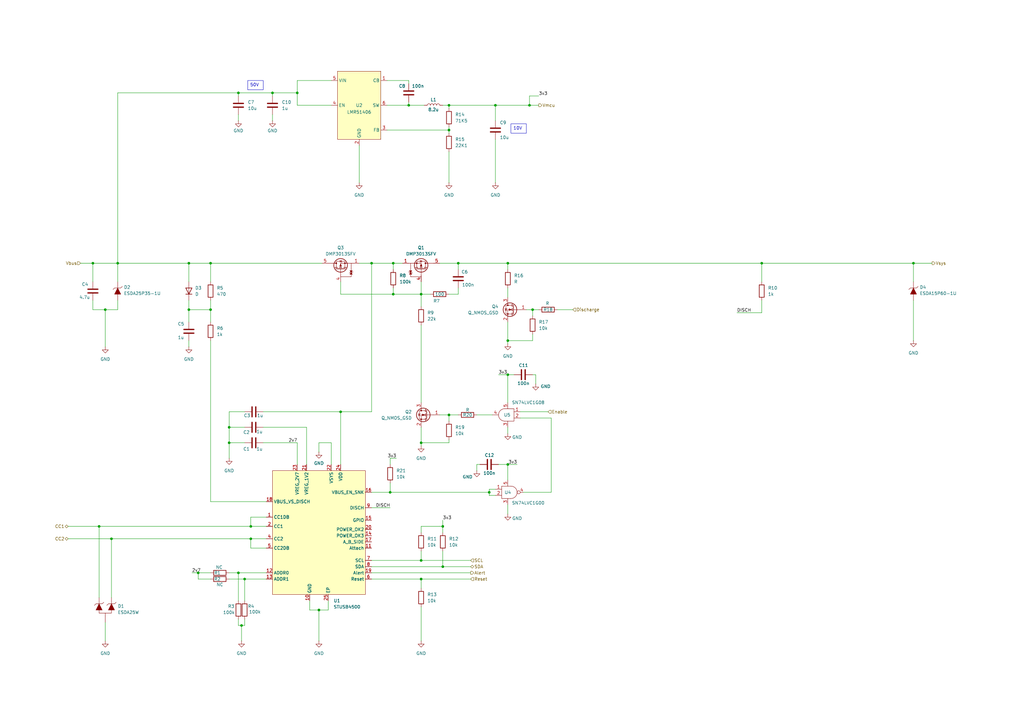
<source format=kicad_sch>
(kicad_sch (version 20250114) (generator "eeschema") (generator_version "9.0")
  (paper "A3")
  (lib_symbols
    (symbol "Device:C" (pin_numbers (hide yes)) (pin_names (offset 0.254))
      (property "Reference" "C" (at 0.635 2.54 0))
      (property "Value" "C" (at 0.635 -2.54 0))
      (symbol "C_0_1"
        (polyline (pts (xy -2.032 0.762) (xy 2.032 0.762)) (stroke (width 0.508)))
        (polyline (pts (xy -2.032 -0.762) (xy 2.032 -0.762)) (stroke (width 0.508)))
      )
      (symbol "C_1_1"
        (pin passive line (at 0 3.81 270) (length 2.794) (name "~") (number "1"))
        (pin passive line (at 0 -3.81 90) (length 2.794) (name "~") (number "2"))
      )
    )
    (symbol "Device:D" (pin_numbers (hide yes)) (pin_names (offset 1.016) (hide yes))
      (property "Reference" "D" (at 0 2.54 0))
      (property "Value" "D" (at 0 -2.54 0))
      (symbol "D_0_1"
        (polyline (pts (xy -1.27 1.27) (xy -1.27 -1.27)) (stroke (width 0.254)))
        (polyline (pts (xy 1.27 1.27) (xy 1.27 -1.27) (xy -1.27 0) (xy 1.27 1.27)) (stroke (width 0.254)))
        (polyline (pts (xy 1.27 0) (xy -1.27 0)))
      )
      (symbol "D_1_1"
        (pin passive line (at -3.81 0 0) (length 2.54) (name "K") (number "1"))
        (pin passive line (at 3.81 0 180) (length 2.54) (name "A") (number "2"))
      )
    )
    (symbol "Device:L" (pin_numbers (hide yes)) (pin_names (offset 1.016) (hide yes))
      (property "Reference" "L" (at -1.27 0 90))
      (property "Value" "L" (at 1.905 0 90))
      (symbol "L_0_1"
        (arc (start 0 2.54) (mid 0.6323 1.905) (end 0 1.27))
        (arc (start 0 1.27) (mid 0.6323 0.635) (end 0 0))
        (arc (start 0 0) (mid 0.6323 -0.635) (end 0 -1.27))
        (arc (start 0 -1.27) (mid 0.6323 -1.905) (end 0 -2.54))
      )
      (symbol "L_1_1"
        (pin passive line (at 0 3.81 270) (length 1.27) (name "1") (number "1"))
        (pin passive line (at 0 -3.81 90) (length 1.27) (name "2") (number "2"))
      )
    )
    (symbol "Device:Q_NMOS_GSD" (pin_names (offset 0) (hide yes))
      (property "Reference" "Q" (at 5.08 1.27 0))
      (property "Value" "Q_NMOS_GSD" (at 5.08 -1.27 0))
      (symbol "Q_NMOS_GSD_0_1"
        (polyline (pts (xy 0.254 1.905) (xy 0.254 -1.905)) (stroke (width 0.254)))
        (polyline (pts (xy 0.254 0) (xy -2.54 0)))
        (polyline (pts (xy 0.762 2.286) (xy 0.762 1.27)) (stroke (width 0.254)))
        (polyline (pts (xy 0.762 0.508) (xy 0.762 -0.508)) (stroke (width 0.254)))
        (polyline (pts (xy 0.762 -1.27) (xy 0.762 -2.286)) (stroke (width 0.254)))
        (polyline (pts (xy 0.762 -1.778) (xy 3.302 -1.778) (xy 3.302 1.778) (xy 0.762 1.778)))
        (polyline (pts (xy 1.016 0) (xy 2.032 0.381) (xy 2.032 -0.381) (xy 1.016 0)) (fill (type outline)))
        (circle (center 1.651 0) (radius 2.794) (stroke (width 0.254)))
        (polyline (pts (xy 2.54 2.54) (xy 2.54 1.778)))
        (circle (center 2.54 1.778) (radius 0.254) (fill (type outline)))
        (circle (center 2.54 -1.778) (radius 0.254) (fill (type outline)))
        (polyline (pts (xy 2.54 -2.54) (xy 2.54 0) (xy 0.762 0)))
        (polyline (pts (xy 2.794 0.508) (xy 2.921 0.381) (xy 3.683 0.381) (xy 3.81 0.254)))
        (polyline (pts (xy 3.302 0.381) (xy 2.921 -0.254) (xy 3.683 -0.254) (xy 3.302 0.381)))
      )
      (symbol "Q_NMOS_GSD_1_1"
        (pin input line (at -5.08 0 0) (length 2.54) (name "G") (number "1"))
        (pin passive line (at 2.54 5.08 270) (length 2.54) (name "D") (number "3"))
        (pin passive line (at 2.54 -5.08 90) (length 2.54) (name "S") (number "2"))
      )
    )
    (symbol "Device:R" (pin_numbers (hide yes)) (pin_names (offset 0))
      (property "Reference" "R" (at 2.032 0 90))
      (property "Value" "R" (at 0 0 90))
      (symbol "R_0_1"
        (rectangle (start -1.016 -2.54) (end 1.016 2.54) (stroke (width 0.254)))
      )
      (symbol "R_1_1"
        (pin passive line (at 0 3.81 270) (length 1.27) (name "~") (number "1"))
        (pin passive line (at 0 -3.81 90) (length 1.27) (name "~") (number "2"))
      )
    )
    (symbol "Pyllr_74xx:SN74LVC1G00"
      (property "Reference" "U" (at 0 0 0))
      (property "Value" "SN74LVC1G00" (at 8.382 -4.318 0))
      (symbol "SN74LVC1G00_0_1"
        (circle (center -4.445 0) (radius 0.635))
      )
      (symbol "SN74LVC1G00_1_1"
        (arc (start -1.27 -2.54) (mid -3.81 0) (end -1.27 2.54))
        (polyline (pts (xy -1.27 -2.54) (xy 2.54 -2.54) (xy 2.54 2.54) (xy -1.27 2.54)))
        (pin output line (at -6.35 0 0) (length 1.27) (name "~") (number "4"))
        (pin power_in line (at 0 5.08 270) (length 2.54) (name "~") (number "5"))
        (pin power_out line (at 0 -5.08 90) (length 2.54) (name "~") (number "3"))
        (pin input line (at 5.08 1.27 180) (length 2.54) (name "~") (number "1"))
        (pin input line (at 5.08 -1.27 180) (length 2.54) (name "~") (number "2"))
      )
    )
    (symbol "Pyllr_74xx:SN74LVC1G08"
      (property "Reference" "U" (at -0.254 0 0))
      (property "Value" "SN74LVC1G08" (at 8.382 -4.572 0))
      (symbol "SN74LVC1G08_1_1"
        (arc (start -1.27 -2.54) (mid -3.81 0) (end -1.27 2.54))
        (polyline (pts (xy -1.27 -2.54) (xy 2.54 -2.54) (xy 2.54 2.54) (xy -1.27 2.54)))
        (pin output line (at -6.35 0 0) (length 2.54) (name "~") (number "4"))
        (pin power_in line (at 0 5.08 270) (length 2.54) (name "~") (number "5"))
        (pin power_out line (at 0 -5.08 90) (length 2.54) (name "~") (number "3"))
        (pin input line (at 5.08 1.27 180) (length 2.54) (name "~") (number "1"))
        (pin input line (at 5.08 -1.27 180) (length 2.54) (name "~") (number "2"))
      )
    )
    (symbol "Pyllr_Converter_DCDC:LMR51406"
      (property "Reference" "U" (at 0 0 0))
      (property "Value" "LMR51406" (at 0 -2.286 0))
      (symbol "LMR51406_1_1"
        (rectangle (start -8.89 13.97) (end 8.89 -13.97) (fill (type background)))
        (pin power_in line (at -11.43 10.16 0) (length 2.54) (name "VIN") (number "5"))
        (pin input line (at -11.43 0 0) (length 2.54) (name "EN") (number "4"))
        (pin power_out line (at 0 -16.51 90) (length 2.54) (name "GND") (number "2"))
        (pin passive line (at 11.43 10.16 180) (length 2.54) (name "CB") (number "1"))
        (pin power_out line (at 11.43 0 180) (length 2.54) (name "SW") (number "6"))
        (pin passive line (at 11.43 -10.16 180) (length 2.54) (name "FB") (number "3"))
      )
    )
    (symbol "Pyllr_Interface_USB:STUSB4500QTR"
      (property "Reference" "U" (at 0.127 1.905 0))
      (property "Value" "STUSB4500" (at -0.127 -0.381 0))
      (symbol "STUSB4500QTR_1_1"
        (rectangle (start -19.05 25.4) (end 19.05 -25.4) (fill (type background)))
        (pin open_collector line (at -21.59 12.7 0) (length 2.54) (name "VBUS_VS_DISCH") (number "18"))
        (pin bidirectional line (at -21.59 6.35 0) (length 2.54) (name "CC1DB") (number "1"))
        (pin bidirectional line (at -21.59 2.54 0) (length 2.54) (name "CC1") (number "2"))
        (pin bidirectional line (at -21.59 -2.54 0) (length 2.54) (name "CC2") (number "4"))
        (pin bidirectional line (at -21.59 -6.35 0) (length 2.54) (name "CC2DB") (number "5"))
        (pin input line (at -21.59 -16.51 0) (length 2.54) (name "ADDR0") (number "12"))
        (pin input line (at -21.59 -19.05 0) (length 2.54) (name "ADDR1") (number "13"))
        (pin power_out line (at -8.89 27.94 270) (length 2.54) (name "VREG_2V7") (number "23"))
        (pin power_out line (at -5.08 27.94 270) (length 2.54) (name "VREG_1V2") (number "21"))
        (pin power_out line (at -3.81 -27.94 90) (length 2.54) (name "GND") (number "10"))
        (pin no_connect line (at 0 -27.94 90) (length 2.54) (hide yes) (name "NC") (number "3"))
        (pin power_out line (at 3.81 -27.94 90) (length 2.54) (name "EP") (number "25"))
        (pin power_in line (at 5.08 27.94 270) (length 2.54) (name "VSYS") (number "22"))
        (pin power_in line (at 8.89 27.94 270) (length 2.54) (name "VDD") (number "24"))
        (pin open_collector line (at 21.59 16.51 180) (length 2.54) (name "VBUS_EN_SNK") (number "16"))
        (pin open_collector line (at 21.59 10.16 180) (length 2.54) (name "DISCH") (number "9"))
        (pin output line (at 21.59 5.08 180) (length 2.54) (name "GPIO") (number "15"))
        (pin output line (at 21.59 1.27 180) (length 2.54) (name "POWER_OK2") (number "20"))
        (pin output line (at 21.59 -1.27 180) (length 2.54) (name "POWER_OK3") (number "14"))
        (pin output line (at 21.59 -3.81 180) (length 2.54) (name "A_B_SIDE") (number "17"))
        (pin output line (at 21.59 -6.35 180) (length 2.54) (name "Attach") (number "11"))
        (pin input line (at 21.59 -11.43 180) (length 2.54) (name "SCL") (number "7"))
        (pin bidirectional line (at 21.59 -13.97 180) (length 2.54) (name "SDA") (number "8"))
        (pin output line (at 21.59 -16.51 180) (length 2.54) (name "Alert") (number "19"))
        (pin input line (at 21.59 -19.05 180) (length 2.54) (name "Reset") (number "6"))
      )
    )
    (symbol "Pyllr_Power_Protection:ESDA25W" (pin_numbers (hide yes)) (pin_names (hide yes))
      (property "Reference" "D" (at 5.842 -0.127 0))
      (property "Value" "ESDA25W" (at 9.652 -2.286 0))
      (symbol "ESDA25W_0_1"
        (polyline (pts (xy 0 -2.54) (xy 0 -3.81)))
        (polyline (pts (xy 2.54 -1.27) (xy 2.54 -2.54) (xy -2.54 -2.54) (xy -2.54 -1.27)))
      )
      (symbol "ESDA25W_1_1"
        (polyline (pts (xy -3.81 -1.27) (xy -1.27 -1.27) (xy -2.54 1.27) (xy -3.81 -1.27)) (fill (type outline)))
        (polyline (pts (xy -2.54 1.27) (xy -3.81 1.27) (xy -4.445 0.635)))
        (polyline (pts (xy -2.54 1.27) (xy -1.27 1.27) (xy -0.635 1.905)))
        (polyline (pts (xy 1.27 -1.27) (xy 3.81 -1.27) (xy 2.54 1.27) (xy 1.27 -1.27)) (fill (type outline)))
        (polyline (pts (xy 2.54 1.27) (xy 1.27 1.27) (xy 0.635 0.635)))
        (polyline (pts (xy 2.54 1.27) (xy 3.81 1.27) (xy 4.445 1.905)))
        (pin passive line (at -2.54 3.81 270) (length 2.54) (name "~") (number "2"))
        (pin passive line (at 0 -6.35 90) (length 2.54) (name "~") (number "3"))
        (pin passive line (at 2.54 3.81 270) (length 2.54) (name "~") (number "1"))
      )
    )
    (symbol "Pyllr_Power_Protection:ESDAxxPxx-1U" (pin_numbers (hide yes)) (pin_names (hide yes))
      (property "Reference" "D" (at 3.683 1.27 0))
      (property "Value" "ESDAxxPxx-1U" (at 10.16 -1.143 0))
      (symbol "ESDAxxPxx-1U_1_1"
        (polyline (pts (xy -1.27 -1.27) (xy 1.27 -1.27) (xy 0 1.27) (xy -1.27 -1.27)) (fill (type outline)))
        (polyline (pts (xy 0 1.27) (xy -1.27 1.27) (xy -1.905 0.635)))
        (polyline (pts (xy 0 1.27) (xy 1.27 1.27) (xy 1.905 1.905)))
        (pin passive line (at 0 3.81 270) (length 2.54) (name "~") (number "1"))
        (pin passive line (at 0 -3.81 90) (length 2.54) (name "~") (number "2"))
      )
    )
    (symbol "Pyllr_Transistor_FET:DMP3013SFV"
      (property "Reference" "Q" (at 3.302 0.508 0))
      (property "Value" "DMP3013SFV" (at 8.89 -1.778 0))
      (symbol "DMP3013SFV_0_1"
        (polyline (pts (xy -2.286 1.905) (xy -2.286 -1.905)) (stroke (width 0.254)))
        (polyline (pts (xy -2.286 0) (xy -5.08 0)))
        (polyline (pts (xy -1.778 2.286) (xy -1.778 1.27)) (stroke (width 0.254)))
        (polyline (pts (xy -1.778 1.778) (xy 0.762 1.778) (xy 0.762 -1.778) (xy -1.778 -1.778)))
        (polyline (pts (xy -1.778 0.508) (xy -1.778 -0.508)) (stroke (width 0.254)))
        (polyline (pts (xy -1.778 -1.27) (xy -1.778 -2.286)) (stroke (width 0.254)))
        (circle (center -0.889 0) (radius 2.794) (stroke (width 0.254)))
        (polyline (pts (xy -0.254 0) (xy -1.27 0.381) (xy -1.27 -0.381) (xy -0.254 0)) (fill (type outline)))
        (polyline (pts (xy 0 5.08) (xy 0 1.905)))
        (polyline (pts (xy 0 2.54) (xy 0 1.778)))
        (circle (center 0 1.778) (radius 0.254) (fill (type outline)))
        (circle (center 0 -1.778) (radius 0.254) (fill (type outline)))
        (polyline (pts (xy 0 -1.905) (xy 0 -5.08)))
        (polyline (pts (xy 0 -2.54) (xy 0 0) (xy -1.778 0)))
        (polyline (pts (xy 0.254 -0.508) (xy 0.381 -0.381) (xy 1.143 -0.381) (xy 1.27 -0.254)))
        (polyline (pts (xy 0.762 -0.381) (xy 0.381 0.254) (xy 1.143 0.254) (xy 0.762 -0.381)))
      )
      (symbol "DMP3013SFV_1_1"
        (polyline (pts (xy -4.572 -4.318) (xy -5.588 -4.318) (xy -5.588 0)))
        (polyline (pts (xy -3.81 -4.318) (xy -3.81 -3.81) (xy -4.064 -3.556)))
        (polyline (pts (xy -3.81 -4.318) (xy -3.81 -4.826) (xy -3.556 -5.08)))
        (polyline (pts (xy -3.81 -4.318) (xy -4.572 -3.81) (xy -4.572 -4.826) (xy -3.81 -4.318)) (fill (type outline)))
        (polyline (pts (xy -3.81 -4.318) (xy -3.048 -4.826) (xy -3.048 -3.81) (xy -3.81 -4.318)) (fill (type outline)))
        (polyline (pts (xy -3.048 -4.318) (xy 0 -4.318)))
        (pin input line (at -7.62 0 0) (length 2.54) (name "~") (number "4"))
        (pin passive line (at 0 7.62 270) (length 2.54) (name "~") (number "5"))
        (pin passive line (at 0 -7.62 90) (length 2.54) (name "~") (number "1"))
        (pin passive line (at 0 -7.62 90) (length 2.54) (hide yes) (name "~") (number "2"))
        (pin passive line (at 0 -7.62 90) (length 2.54) (hide yes) (name "~") (number "3"))
      )
    )
    (symbol "power:GND" (power) (pin_numbers (hide yes)) (pin_names (offset 0) (hide yes))
      (property "Value" "GND" (at 0 -3.81 0))
      (symbol "GND_0_1"
        (polyline (pts (xy 0 0) (xy 0 -1.27) (xy 1.27 -1.27) (xy 0 -2.54) (xy -1.27 -1.27) (xy 0 -1.27)))
      )
      (symbol "GND_1_1"
        (pin power_in line (at 0 0 270) (length 0) (name "~") (number "1"))
      )
    )
  )
  (text_box "10V" (at 209.55 50.8 0) (size 6.35 3.81) (margins 0.9525 0.9525 0.9525 0.9525) (effects (font (size 1.27 1.27)) (justify left top)))
  (text_box "50V\n" (at 101.6 33.02 0) (size 6.35 3.81) (margins 0.9525 0.9525 0.9525 0.9525) (effects (font (size 1.27 1.27)) (justify left top)))
  (junction (at 86.36 127))
  (junction (at 208.28 153.67))
  (junction (at 48.26 107.95))
  (junction (at 93.98 181.61))
  (junction (at 187.96 107.95))
  (junction (at 181.61 232.41))
  (junction (at 161.29 107.95))
  (junction (at 167.64 43.18))
  (junction (at 111.76 38.1))
  (junction (at 40.64 215.9))
  (junction (at 152.4 107.95))
  (junction (at 218.44 127))
  (junction (at 38.1 107.95))
  (junction (at 100.33 237.49))
  (junction (at 172.72 237.49))
  (junction (at 93.98 175.26))
  (junction (at 139.7 168.91))
  (junction (at 217.17 43.18))
  (junction (at 81.28 234.95))
  (junction (at 208.28 107.95))
  (junction (at 208.28 139.7))
  (junction (at 77.47 127))
  (junction (at 97.79 38.1))
  (junction (at 130.81 250.19))
  (junction (at 121.92 38.1))
  (junction (at 181.61 215.9))
  (junction (at 172.72 229.87))
  (junction (at 86.36 107.95))
  (junction (at 203.2 43.18))
  (junction (at 184.15 43.18))
  (junction (at 45.72 220.98))
  (junction (at 77.47 107.95))
  (junction (at 184.15 53.34))
  (junction (at 184.15 170.18))
  (junction (at 200.66 201.93))
  (junction (at 312.42 107.95))
  (junction (at 172.72 120.65))
  (junction (at 102.87 220.98))
  (junction (at 160.02 201.93))
  (junction (at 208.28 190.5))
  (junction (at 43.18 127))
  (junction (at 161.29 120.65))
  (junction (at 172.72 181.61))
  (junction (at 99.06 256.54))
  (junction (at 374.65 107.95))
  (junction (at 102.87 215.9))
  (junction (at 97.79 234.95))
  (wire (pts (xy 152.4 237.49) (xy 172.72 237.49)))
  (wire (pts (xy 374.65 123.19) (xy 374.65 139.7)))
  (wire (pts (xy 218.44 127) (xy 218.44 129.54)))
  (wire (pts (xy 200.66 203.2) (xy 203.2 203.2)))
  (wire (pts (xy 77.47 107.95) (xy 77.47 115.57)))
  (wire (pts (xy 93.98 168.91) (xy 93.98 175.26)))
  (wire (pts (xy 172.72 120.65) (xy 172.72 125.73)))
  (wire (pts (xy 121.92 38.1) (xy 111.76 38.1)))
  (wire (pts (xy 217.17 39.37) (xy 220.98 39.37)))
  (wire (pts (xy 147.32 59.69) (xy 147.32 74.93)))
  (wire (pts (xy 40.64 215.9) (xy 40.64 245.11)))
  (wire (pts (xy 312.42 107.95) (xy 312.42 115.57)))
  (wire (pts (xy 48.26 107.95) (xy 77.47 107.95)))
  (wire (pts (xy 77.47 127) (xy 86.36 127)))
  (wire (pts (xy 111.76 46.99) (xy 111.76 49.53)))
  (wire (pts (xy 121.92 38.1) (xy 121.92 43.18)))
  (wire (pts (xy 172.72 181.61) (xy 184.15 181.61)))
  (wire (pts (xy 203.2 43.18) (xy 203.2 49.53)))
  (wire (pts (xy 135.89 181.61) (xy 130.81 181.61)))
  (wire (pts (xy 86.36 139.7) (xy 86.36 205.74)))
  (wire (pts (xy 213.36 171.45) (xy 226.06 171.45)))
  (wire (pts (xy 172.72 181.61) (xy 172.72 182.88)))
  (wire (pts (xy 158.75 33.02) (xy 167.64 33.02)))
  (wire (pts (xy 48.26 107.95) (xy 48.26 115.57)))
  (wire (pts (xy 217.17 43.18) (xy 220.98 43.18)))
  (wire (pts (xy 130.81 250.19) (xy 134.62 250.19)))
  (wire (pts (xy 172.72 237.49) (xy 193.04 237.49)))
  (wire (pts (xy 195.58 170.18) (xy 201.93 170.18)))
  (wire (pts (xy 204.47 153.67) (xy 208.28 153.67)))
  (wire (pts (xy 111.76 38.1) (xy 97.79 38.1)))
  (wire (pts (xy 208.28 153.67) (xy 208.28 165.1)))
  (wire (pts (xy 130.81 262.89) (xy 130.81 250.19)))
  (wire (pts (xy 152.4 232.41) (xy 181.61 232.41)))
  (wire (pts (xy 184.15 43.18) (xy 203.2 43.18)))
  (wire (pts (xy 160.02 198.12) (xy 160.02 201.93)))
  (wire (pts (xy 195.58 190.5) (xy 196.85 190.5)))
  (wire (pts (xy 109.22 220.98) (xy 102.87 220.98)))
  (wire (pts (xy 27.94 215.9) (xy 40.64 215.9)))
  (wire (pts (xy 135.89 190.5) (xy 135.89 181.61)))
  (wire (pts (xy 102.87 215.9) (xy 102.87 212.09)))
  (wire (pts (xy 180.34 107.95) (xy 187.96 107.95)))
  (wire (pts (xy 195.58 193.04) (xy 195.58 190.5)))
  (wire (pts (xy 125.73 175.26) (xy 125.73 190.5)))
  (wire (pts (xy 218.44 127) (xy 220.98 127)))
  (wire (pts (xy 130.81 250.19) (xy 127 250.19)))
  (wire (pts (xy 152.4 107.95) (xy 161.29 107.95)))
  (wire (pts (xy 184.15 43.18) (xy 184.15 44.45)))
  (wire (pts (xy 99.06 256.54) (xy 100.33 256.54)))
  (wire (pts (xy 121.92 43.18) (xy 135.89 43.18)))
  (wire (pts (xy 38.1 127) (xy 43.18 127)))
  (wire (pts (xy 97.79 38.1) (xy 97.79 39.37)))
  (wire (pts (xy 38.1 107.95) (xy 48.26 107.95)))
  (wire (pts (xy 172.72 133.35) (xy 172.72 165.1)))
  (wire (pts (xy 77.47 107.95) (xy 86.36 107.95)))
  (wire (pts (xy 184.15 52.07) (xy 184.15 53.34)))
  (wire (pts (xy 312.42 107.95) (xy 374.65 107.95)))
  (wire (pts (xy 312.42 123.19) (xy 312.42 128.27)))
  (wire (pts (xy 127 250.19) (xy 127 246.38)))
  (wire (pts (xy 215.9 127) (xy 218.44 127)))
  (wire (pts (xy 187.96 118.11) (xy 187.96 120.65)))
  (wire (pts (xy 38.1 107.95) (xy 38.1 115.57)))
  (wire (pts (xy 93.98 175.26) (xy 93.98 181.61)))
  (wire (pts (xy 184.15 170.18) (xy 187.96 170.18)))
  (wire (pts (xy 130.81 181.61) (xy 130.81 185.42)))
  (wire (pts (xy 200.66 201.93) (xy 200.66 203.2)))
  (wire (pts (xy 81.28 237.49) (xy 86.36 237.49)))
  (wire (pts (xy 152.4 208.28) (xy 160.02 208.28)))
  (wire (pts (xy 208.28 139.7) (xy 208.28 140.97)))
  (wire (pts (xy 134.62 250.19) (xy 134.62 246.38)))
  (wire (pts (xy 226.06 171.45) (xy 226.06 201.93)))
  (wire (pts (xy 100.33 256.54) (xy 100.33 254)))
  (wire (pts (xy 181.61 232.41) (xy 181.61 226.06)))
  (wire (pts (xy 210.82 153.67) (xy 208.28 153.67)))
  (wire (pts (xy 139.7 120.65) (xy 161.29 120.65)))
  (wire (pts (xy 161.29 107.95) (xy 161.29 110.49)))
  (wire (pts (xy 172.72 215.9) (xy 172.72 218.44)))
  (wire (pts (xy 158.75 53.34) (xy 184.15 53.34)))
  (wire (pts (xy 181.61 215.9) (xy 181.61 218.44)))
  (wire (pts (xy 184.15 62.23) (xy 184.15 74.93)))
  (wire (pts (xy 97.79 46.99) (xy 97.79 49.53)))
  (wire (pts (xy 77.47 123.19) (xy 77.47 127)))
  (wire (pts (xy 81.28 234.95) (xy 86.36 234.95)))
  (wire (pts (xy 172.72 175.26) (xy 172.72 181.61)))
  (wire (pts (xy 181.61 43.18) (xy 184.15 43.18)))
  (wire (pts (xy 184.15 180.34) (xy 184.15 181.61)))
  (wire (pts (xy 107.95 168.91) (xy 139.7 168.91)))
  (wire (pts (xy 208.28 190.5) (xy 208.28 196.85)))
  (wire (pts (xy 152.4 168.91) (xy 152.4 107.95)))
  (wire (pts (xy 147.32 107.95) (xy 152.4 107.95)))
  (wire (pts (xy 93.98 237.49) (xy 100.33 237.49)))
  (wire (pts (xy 86.36 127) (xy 86.36 132.08)))
  (wire (pts (xy 102.87 220.98) (xy 102.87 224.79)))
  (wire (pts (xy 172.72 120.65) (xy 172.72 115.57)))
  (wire (pts (xy 86.36 205.74) (xy 109.22 205.74)))
  (wire (pts (xy 187.96 107.95) (xy 208.28 107.95)))
  (wire (pts (xy 187.96 120.65) (xy 184.15 120.65)))
  (wire (pts (xy 208.28 107.95) (xy 312.42 107.95)))
  (wire (pts (xy 152.4 201.93) (xy 160.02 201.93)))
  (wire (pts (xy 97.79 256.54) (xy 99.06 256.54)))
  (wire (pts (xy 97.79 254) (xy 97.79 256.54)))
  (wire (pts (xy 107.95 181.61) (xy 121.92 181.61)))
  (wire (pts (xy 109.22 215.9) (xy 102.87 215.9)))
  (wire (pts (xy 86.36 107.95) (xy 132.08 107.95)))
  (wire (pts (xy 121.92 33.02) (xy 121.92 38.1)))
  (wire (pts (xy 45.72 220.98) (xy 45.72 245.11)))
  (wire (pts (xy 203.2 57.15) (xy 203.2 74.93)))
  (wire (pts (xy 200.66 200.66) (xy 203.2 200.66)))
  (wire (pts (xy 97.79 234.95) (xy 97.79 246.38)))
  (wire (pts (xy 208.28 132.08) (xy 208.28 139.7)))
  (wire (pts (xy 214.63 201.93) (xy 226.06 201.93)))
  (wire (pts (xy 78.74 234.95) (xy 81.28 234.95)))
  (wire (pts (xy 172.72 229.87) (xy 193.04 229.87)))
  (wire (pts (xy 48.26 38.1) (xy 48.26 107.95)))
  (wire (pts (xy 208.28 107.95) (xy 208.28 110.49)))
  (wire (pts (xy 374.65 107.95) (xy 374.65 115.57)))
  (wire (pts (xy 161.29 118.11) (xy 161.29 120.65)))
  (wire (pts (xy 33.02 107.95) (xy 38.1 107.95)))
  (wire (pts (xy 77.47 127) (xy 77.47 132.08)))
  (wire (pts (xy 208.28 190.5) (xy 212.09 190.5)))
  (wire (pts (xy 48.26 38.1) (xy 97.79 38.1)))
  (wire (pts (xy 208.28 175.26) (xy 208.28 177.8)))
  (wire (pts (xy 181.61 232.41) (xy 193.04 232.41)))
  (wire (pts (xy 100.33 237.49) (xy 100.33 246.38)))
  (wire (pts (xy 160.02 187.96) (xy 162.56 187.96)))
  (wire (pts (xy 27.94 220.98) (xy 45.72 220.98)))
  (wire (pts (xy 102.87 212.09) (xy 109.22 212.09)))
  (wire (pts (xy 203.2 43.18) (xy 217.17 43.18)))
  (wire (pts (xy 97.79 234.95) (xy 109.22 234.95)))
  (wire (pts (xy 139.7 168.91) (xy 152.4 168.91)))
  (wire (pts (xy 218.44 139.7) (xy 208.28 139.7)))
  (wire (pts (xy 77.47 139.7) (xy 77.47 142.24)))
  (wire (pts (xy 102.87 224.79) (xy 109.22 224.79)))
  (wire (pts (xy 374.65 107.95) (xy 382.27 107.95)))
  (wire (pts (xy 204.47 190.5) (xy 208.28 190.5)))
  (wire (pts (xy 167.64 33.02) (xy 167.64 34.29)))
  (wire (pts (xy 181.61 215.9) (xy 172.72 215.9)))
  (wire (pts (xy 81.28 234.95) (xy 81.28 237.49)))
  (wire (pts (xy 218.44 153.67) (xy 219.71 153.67)))
  (wire (pts (xy 181.61 213.36) (xy 181.61 215.9)))
  (wire (pts (xy 158.75 43.18) (xy 167.64 43.18)))
  (wire (pts (xy 208.28 118.11) (xy 208.28 121.92)))
  (wire (pts (xy 218.44 137.16) (xy 218.44 139.7)))
  (wire (pts (xy 45.72 220.98) (xy 102.87 220.98)))
  (wire (pts (xy 139.7 168.91) (xy 139.7 190.5)))
  (wire (pts (xy 172.72 229.87) (xy 172.72 226.06)))
  (wire (pts (xy 38.1 123.19) (xy 38.1 127)))
  (wire (pts (xy 184.15 53.34) (xy 184.15 54.61)))
  (wire (pts (xy 139.7 120.65) (xy 139.7 115.57)))
  (wire (pts (xy 99.06 256.54) (xy 99.06 262.89)))
  (wire (pts (xy 100.33 181.61) (xy 93.98 181.61)))
  (wire (pts (xy 152.4 234.95) (xy 193.04 234.95)))
  (wire (pts (xy 172.72 237.49) (xy 172.72 241.3)))
  (wire (pts (xy 187.96 107.95) (xy 187.96 110.49)))
  (wire (pts (xy 86.36 123.19) (xy 86.36 127)))
  (wire (pts (xy 160.02 190.5) (xy 160.02 187.96)))
  (wire (pts (xy 43.18 127) (xy 43.18 142.24)))
  (wire (pts (xy 161.29 120.65) (xy 172.72 120.65)))
  (wire (pts (xy 40.64 215.9) (xy 102.87 215.9)))
  (wire (pts (xy 200.66 200.66) (xy 200.66 201.93)))
  (wire (pts (xy 213.36 168.91) (xy 224.79 168.91)))
  (wire (pts (xy 100.33 168.91) (xy 93.98 168.91)))
  (wire (pts (xy 217.17 43.18) (xy 217.17 39.37)))
  (wire (pts (xy 43.18 255.27) (xy 43.18 262.89)))
  (wire (pts (xy 93.98 181.61) (xy 93.98 187.96)))
  (wire (pts (xy 167.64 41.91) (xy 167.64 43.18)))
  (wire (pts (xy 93.98 234.95) (xy 97.79 234.95)))
  (wire (pts (xy 219.71 153.67) (xy 219.71 157.48)))
  (wire (pts (xy 172.72 248.92) (xy 172.72 262.89)))
  (wire (pts (xy 48.26 123.19) (xy 48.26 127)))
  (wire (pts (xy 86.36 107.95) (xy 86.36 115.57)))
  (wire (pts (xy 152.4 229.87) (xy 172.72 229.87)))
  (wire (pts (xy 208.28 207.01) (xy 208.28 210.82)))
  (wire (pts (xy 100.33 237.49) (xy 109.22 237.49)))
  (wire (pts (xy 111.76 38.1) (xy 111.76 39.37)))
  (wire (pts (xy 161.29 107.95) (xy 165.1 107.95)))
  (wire (pts (xy 302.26 128.27) (xy 312.42 128.27)))
  (wire (pts (xy 184.15 170.18) (xy 184.15 172.72)))
  (wire (pts (xy 180.34 170.18) (xy 184.15 170.18)))
  (wire (pts (xy 43.18 127) (xy 48.26 127)))
  (wire (pts (xy 121.92 33.02) (xy 135.89 33.02)))
  (wire (pts (xy 172.72 120.65) (xy 176.53 120.65)))
  (wire (pts (xy 228.6 127) (xy 234.95 127)))
  (wire (pts (xy 167.64 43.18) (xy 173.99 43.18)))
  (wire (pts (xy 121.92 181.61) (xy 121.92 190.5)))
  (wire (pts (xy 160.02 201.93) (xy 200.66 201.93)))
  (wire (pts (xy 107.95 175.26) (xy 125.73 175.26)))
  (wire (pts (xy 100.33 175.26) (xy 93.98 175.26)))
  (label "3v3" (at 204.47 153.67 0))
  (label "3v3" (at 212.09 190.5 180))
  (label "3v3" (at 162.56 187.96 180))
  (label "2v7" (at 78.74 234.95 0))
  (label "3v3" (at 220.98 39.37 0))
  (label "DISCH" (at 302.26 128.27 0))
  (label "2v7" (at 121.92 181.61 180))
  (label "3v3" (at 181.61 213.36 0))
  (label "DISCH" (at 160.02 208.28 180))
  (hierarchical_label "SCL" (shape input) (at 193.04 229.87 0))
  (hierarchical_label "CC2" (shape bidirectional) (at 27.94 220.98 180))
  (hierarchical_label "CC1" (shape bidirectional) (at 27.94 215.9 180))
  (hierarchical_label "Vsys" (shape output) (at 382.27 107.95 0))
  (hierarchical_label "Vmcu" (shape output) (at 220.98 43.18 0))
  (hierarchical_label "Alert" (shape output) (at 193.04 234.95 0))
  (hierarchical_label "SDA" (shape bidirectional) (at 193.04 232.41 0))
  (hierarchical_label "Enable" (shape input) (at 224.79 168.91 0))
  (hierarchical_label "Vbus" (shape input) (at 33.02 107.95 180))
  (hierarchical_label "Discharge" (shape input) (at 234.95 127 0))
  (hierarchical_label "Reset" (shape input) (at 193.04 237.49 0))
  (symbol (lib_id "Device:C") (at 200.66 190.5 90) (unit 1)
    (property "Reference" "C12" (at 202.6919 186.69 90) (effects (justify left)))
    (property "Value" "100n" (at 203.1999 194.056 90) (effects (justify left)))
    (property "Footprint" "Capacitor_SMD:C_0603_1608Metric" (effects (hide yes)))
    (property "Description" "Unpolarized capacitor" (effects (hide yes)))
  )
  (symbol (lib_id "Device:R") (at 184.15 48.26 0) (unit 1)
    (property "Reference" "R14" (at 186.69 46.9899 0) (effects (justify left)))
    (property "Value" "71K5" (at 186.69 49.5299 0) (effects (justify left)))
    (property "Footprint" "Resistor_SMD:R_0603_1608Metric" (effects (hide yes)))
    (property "Description" "Resistor" (effects (hide yes)))
  )
  (symbol (lib_id "power:GND") (at 43.18 142.24 0) (unit 1)
    (property "Reference" "#PWR08" (effects (hide yes)))
    (property "Value" "GND" (at 43.18 147.32 0))
    (property "Description" "Power symbol creates a global label with name \"GND\" , ground" (effects (hide yes)))
  )
  (symbol (lib_id "Device:C") (at 77.47 135.89 0) (unit 1)
    (property "Reference" "C5" (at 72.898 132.8419 0) (effects (justify left)))
    (property "Value" "1u" (at 72.898 138.4299 0) (effects (justify left)))
    (property "Footprint" "Capacitor_SMD:C_0603_1608Metric" (effects (hide yes)))
    (property "Description" "Unpolarized capacitor" (effects (hide yes)))
  )
  (symbol (lib_id "Device:R") (at 208.28 114.3 0) (unit 1)
    (property "Reference" "R16" (at 210.82 113.0299 0) (effects (justify left)))
    (property "Value" "R" (at 210.82 115.5699 0) (effects (justify left)))
    (property "Footprint" "Resistor_SMD:R_0603_1608Metric" (effects (hide yes)))
    (property "Description" "Resistor" (effects (hide yes)))
  )
  (symbol (lib_id "Pyllr_Power_Protection:ESDAxxPxx-1U") (at 374.65 119.38 0) (unit 1)
    (property "Reference" "D4" (at 377.19 117.7924 0) (effects (justify left)))
    (property "Value" "ESDA15P60-1U" (at 377.19 120.3324 0) (effects (justify left)))
    (property "Footprint" "Pyllr_Package_DFN_QFN:QFN-2L" (effects (hide yes)))
    (property "Datasheet" "https://www.st.com/resource/en/datasheet/esda7p60-1u1m.pdf" (effects (hide yes)))
  )
  (symbol (lib_id "Device:C") (at 203.2 53.34 0) (unit 1)
    (property "Reference" "C9" (at 204.978 50.2919 0) (effects (justify left)))
    (property "Value" "10u" (at 204.978 56.3879 0) (effects (justify left)))
    (property "Footprint" "Capacitor_SMD:C_1210_3225Metric" (effects (hide yes)))
    (property "Description" "Unpolarized capacitor" (effects (hide yes)))
  )
  (symbol (lib_id "Device:C") (at 167.64 38.1 0) (unit 1)
    (property "Reference" "C8" (at 163.576 35.3059 0) (effects (justify left)))
    (property "Value" "100n" (at 168.91 35.3059 0) (effects (justify left)))
    (property "Footprint" "Capacitor_SMD:C_0603_1608Metric" (effects (hide yes)))
    (property "Description" "Unpolarized capacitor" (effects (hide yes)))
  )
  (symbol (lib_id "power:GND") (at 184.15 74.93 0) (unit 1)
    (property "Reference" "#PWR014" (effects (hide yes)))
    (property "Value" "GND" (at 184.15 80.01 0))
    (property "Description" "Power symbol creates a global label with name \"GND\" , ground" (effects (hide yes)))
  )
  (symbol (lib_id "power:GND") (at 208.28 177.8 0) (unit 1)
    (property "Reference" "#PWR016" (effects (hide yes)))
    (property "Value" "GND" (at 212.09 179.324 0))
    (property "Description" "Power symbol creates a global label with name \"GND\" , ground" (effects (hide yes)))
  )
  (symbol (lib_id "Device:C") (at 214.63 153.67 90) (unit 1)
    (property "Reference" "C11" (at 216.6619 149.86 90) (effects (justify left)))
    (property "Value" "100n" (at 217.1699 157.226 90) (effects (justify left)))
    (property "Footprint" "Capacitor_SMD:C_0603_1608Metric" (effects (hide yes)))
    (property "Description" "Unpolarized capacitor" (effects (hide yes)))
  )
  (symbol (lib_id "Device:R") (at 86.36 119.38 0) (unit 1)
    (property "Reference" "R5" (at 88.9 118.1099 0) (effects (justify left)))
    (property "Value" "470" (at 88.9 120.6499 0) (effects (justify left)))
    (property "Footprint" "Resistor_SMD:R_0603_1608Metric" (effects (hide yes)))
    (property "Description" "Resistor" (effects (hide yes)))
  )
  (symbol (lib_id "Device:C") (at 187.96 114.3 180) (unit 1)
    (property "Reference" "C6" (at 189.23 111.5059 0) (effects (justify right)))
    (property "Value" "100n" (at 189.484 116.8399 0) (effects (justify right)))
    (property "Footprint" "Capacitor_SMD:C_0603_1608Metric" (effects (hide yes)))
    (property "Description" "Unpolarized capacitor" (effects (hide yes)))
  )
  (symbol (lib_id "Pyllr_Interface_USB:STUSB4500QTR") (at 130.81 218.44 0) (unit 1)
    (property "Reference" "U1" (at 136.8141 246.38 0) (effects (justify left)))
    (property "Value" "STUSB4500" (at 136.8141 248.92 0) (effects (justify left)))
    (property "Footprint" "Pyllr_Package_DFN_QFN:QFN-24_1EP_3.95x3.95mm_P0.5mm_2.55x2.55mm" (effects (hide yes)))
    (property "Datasheet" "https://www.st.com/resource/en/datasheet/stusb4500.pdf" (effects (hide yes)))
  )
  (symbol (lib_id "Pyllr_Transistor_FET:DMP3013SFV") (at 139.7 107.95 90) (unit 1)
    (property "Reference" "Q3" (at 139.7 101.6 90))
    (property "Value" "DMP3013SFV" (at 139.7 104.14 90))
    (property "Footprint" "Pyllr_Package_SON:PowerDI3333-8-UX" (effects (hide yes)))
    (property "Datasheet" "https://nl.mouser.com/datasheet/2/115/DIOD_S_A0008513542_1-2543083.pdf" (effects (hide yes)))
  )
  (symbol (lib_id "power:GND") (at 195.58 193.04 0) (unit 1)
    (property "Reference" "#PWR019" (effects (hide yes)))
    (property "Value" "GND" (at 191.77 195.58 0))
    (property "Description" "Power symbol creates a global label with name \"GND\" , ground" (effects (hide yes)))
  )
  (symbol (lib_id "Pyllr_Converter_DCDC:LMR51406") (at 147.32 43.18 0) (unit 1)
    (property "Reference" "U2" (at 147.32 43.18 0))
    (property "Value" "LMR51406" (at 147.32 45.974 0))
    (property "Footprint" "Pyllr_Package_TO_SOT_SMD:SOT23-6_2.6W" (effects (hide yes)))
    (property "Datasheet" "https://www.ti.com/lit/ds/symlink/lmr51410.pdf?ts=1733317184428&ref_url=https%253A%252F%252Fwww.ti.com%252Fproduct%252FLMR51410" (effects (hide yes)))
  )
  (symbol (lib_id "Device:C") (at 111.76 43.18 0) (unit 1)
    (property "Reference" "C10" (at 115.57 41.9099 0) (effects (justify left)))
    (property "Value" "1u" (at 115.57 44.4499 0) (effects (justify left)))
    (property "Footprint" "Capacitor_SMD:C_0603_1608Metric" (effects (hide yes)))
    (property "Description" "Unpolarized capacitor" (effects (hide yes)))
  )
  (symbol (lib_id "Device:C") (at 104.14 168.91 270) (unit 1)
    (property "Reference" "C3" (at 101.346 170.434 90))
    (property "Value" "1u" (at 106.68 170.434 90))
    (property "Footprint" "Capacitor_SMD:C_0603_1608Metric" (effects (hide yes)))
    (property "Description" "Unpolarized capacitor" (effects (hide yes)))
  )
  (symbol (lib_id "Device:D") (at 77.47 119.38 90) (unit 1)
    (property "Reference" "D3" (at 80.01 118.1099 90) (effects (justify right)))
    (property "Value" "D" (at 80.01 120.6499 90) (effects (justify right)))
    (property "Footprint" "Diode_SMD:D_SOD-323" (effects (hide yes)))
    (property "Description" "Diode" (effects (hide yes)))
    (property "Sim.Device" "D" (effects (hide yes)))
    (property "Sim.Pins" "1=K 2=A" (effects (hide yes)))
  )
  (symbol (lib_id "Device:R") (at 172.72 222.25 0) (unit 1)
    (property "Reference" "R11" (at 175.26 220.9799 0) (effects (justify left)))
    (property "Value" "10k" (at 175.26 223.5199 0) (effects (justify left)))
    (property "Footprint" "Resistor_SMD:R_0603_1608Metric" (effects (hide yes)))
    (property "Description" "Resistor" (effects (hide yes)))
  )
  (symbol (lib_id "Device:R") (at 224.79 127 90) (unit 1)
    (property "Reference" "R18" (at 224.79 127 90))
    (property "Value" "R" (at 224.536 124.46 90))
    (property "Footprint" "Resistor_SMD:R_0603_1608Metric" (effects (hide yes)))
    (property "Description" "Resistor" (effects (hide yes)))
  )
  (symbol (lib_id "Device:R") (at 181.61 222.25 0) (unit 1)
    (property "Reference" "R12" (at 184.15 220.9799 0) (effects (justify left)))
    (property "Value" "10k" (at 184.15 223.5199 0) (effects (justify left)))
    (property "Footprint" "Resistor_SMD:R_0603_1608Metric" (effects (hide yes)))
    (property "Description" "Resistor" (effects (hide yes)))
  )
  (symbol (lib_id "power:GND") (at 208.28 140.97 0) (unit 1)
    (property "Reference" "#PWR06" (effects (hide yes)))
    (property "Value" "GND" (at 208.28 146.05 0))
    (property "Description" "Power symbol creates a global label with name \"GND\" , ground" (effects (hide yes)))
  )
  (symbol (lib_id "Device:C") (at 104.14 175.26 270) (unit 1)
    (property "Reference" "C2" (at 101.092 177.292 90))
    (property "Value" "1u" (at 106.426 177.038 90))
    (property "Footprint" "Capacitor_SMD:C_0603_1608Metric" (effects (hide yes)))
    (property "Description" "Unpolarized capacitor" (effects (hide yes)))
  )
  (symbol (lib_id "power:GND") (at 172.72 182.88 0) (unit 1)
    (property "Reference" "#PWR015" (effects (hide yes)))
    (property "Value" "GND" (at 172.72 187.96 0))
    (property "Description" "Power symbol creates a global label with name \"GND\" , ground" (effects (hide yes)))
  )
  (symbol (lib_id "power:GND") (at 93.98 187.96 0) (unit 1)
    (property "Reference" "#PWR05" (effects (hide yes)))
    (property "Value" "GND" (at 93.98 193.04 0))
    (property "Description" "Power symbol creates a global label with name \"GND\" , ground" (effects (hide yes)))
  )
  (symbol (lib_id "Device:R") (at 90.17 237.49 90) (unit 1)
    (property "Reference" "R2" (at 89.154 237.49 90))
    (property "Value" "NC" (at 90.17 239.776 90))
    (property "Footprint" "Resistor_SMD:R_0603_1608Metric" (effects (hide yes)))
    (property "Description" "Resistor" (effects (hide yes)))
  )
  (symbol (lib_id "Device:R") (at 97.79 250.19 180) (unit 1)
    (property "Reference" "R3" (at 93.472 248.6659 0) (effects (justify right)))
    (property "Value" "100k" (at 91.44 251.2059 0) (effects (justify right)))
    (property "Footprint" "Resistor_SMD:R_0603_1608Metric" (effects (hide yes)))
    (property "Description" "Resistor" (effects (hide yes)))
  )
  (symbol (lib_id "power:GND") (at 172.72 262.89 0) (unit 1)
    (property "Reference" "#PWR011" (effects (hide yes)))
    (property "Value" "GND" (at 172.72 267.97 0))
    (property "Description" "Power symbol creates a global label with name \"GND\" , ground" (effects (hide yes)))
  )
  (symbol (lib_id "power:GND") (at 77.47 142.24 0) (unit 1)
    (property "Reference" "#PWR09" (effects (hide yes)))
    (property "Value" "GND" (at 77.47 147.32 0))
    (property "Description" "Power symbol creates a global label with name \"GND\" , ground" (effects (hide yes)))
  )
  (symbol (lib_id "Device:R") (at 184.15 176.53 0) (unit 1)
    (property "Reference" "R19" (at 186.69 175.2599 0) (effects (justify left)))
    (property "Value" "10k" (at 186.69 177.7999 0) (effects (justify left)))
    (property "Footprint" "Resistor_SMD:R_0603_1608Metric" (effects (hide yes)))
    (property "Description" "Resistor" (effects (hide yes)))
  )
  (symbol (lib_id "power:GND") (at 43.18 262.89 0) (unit 1)
    (property "Reference" "#PWR02" (effects (hide yes)))
    (property "Value" "GND" (at 43.18 267.97 0))
    (property "Description" "Power symbol creates a global label with name \"GND\" , ground" (effects (hide yes)))
  )
  (symbol (lib_id "Device:R") (at 184.15 58.42 0) (unit 1)
    (property "Reference" "R15" (at 186.69 57.1499 0) (effects (justify left)))
    (property "Value" "22K1" (at 186.69 59.6899 0) (effects (justify left)))
    (property "Footprint" "Resistor_SMD:R_0603_1608Metric" (effects (hide yes)))
    (property "Description" "Resistor" (effects (hide yes)))
  )
  (symbol (lib_id "Device:R") (at 172.72 129.54 180) (unit 1)
    (property "Reference" "R9" (at 175.26 128.2699 0) (effects (justify right)))
    (property "Value" "22k" (at 175.26 130.8099 0) (effects (justify right)))
    (property "Footprint" "Resistor_SMD:R_0603_1608Metric" (effects (hide yes)))
    (property "Description" "Resistor" (effects (hide yes)))
  )
  (symbol (lib_id "Device:R") (at 191.77 170.18 90) (unit 1)
    (property "Reference" "R20" (at 191.77 170.18 90))
    (property "Value" "R" (at 191.77 168.148 90))
    (property "Footprint" "Resistor_SMD:R_0603_1608Metric" (effects (hide yes)))
    (property "Description" "Resistor" (effects (hide yes)))
  )
  (symbol (lib_id "Pyllr_Transistor_FET:DMP3013SFV") (at 172.72 107.95 270) (mirror x) (unit 1)
    (property "Reference" "Q1" (at 172.72 101.6 90))
    (property "Value" "DMP3013SFV" (at 172.72 104.14 90))
    (property "Footprint" "Pyllr_Package_SON:PowerDI3333-8-UX" (effects (hide yes)))
    (property "Datasheet" "https://nl.mouser.com/datasheet/2/115/DIOD_S_A0008513542_1-2543083.pdf" (effects (hide yes)))
  )
  (symbol (lib_id "Device:C") (at 97.79 43.18 0) (unit 1)
    (property "Reference" "C7" (at 101.6 41.9099 0) (effects (justify left)))
    (property "Value" "10u" (at 101.6 44.4499 0) (effects (justify left)))
    (property "Footprint" "Capacitor_SMD:C_1210_3225Metric" (effects (hide yes)))
    (property "Description" "Unpolarized capacitor" (effects (hide yes)))
  )
  (symbol (lib_id "power:GND") (at 111.76 49.53 0) (unit 1)
    (property "Reference" "#PWR020" (effects (hide yes)))
    (property "Value" "GND" (at 111.76 53.594 0))
    (property "Description" "Power symbol creates a global label with name \"GND\" , ground" (effects (hide yes)))
  )
  (symbol (lib_id "power:GND") (at 99.06 262.89 0) (unit 1)
    (property "Reference" "#PWR03" (effects (hide yes)))
    (property "Value" "GND" (at 99.06 267.97 0))
    (property "Description" "Power symbol creates a global label with name \"GND\" , ground" (effects (hide yes)))
  )
  (symbol (lib_id "Pyllr_74xx:SN74LVC1G00") (at 208.28 201.93 0) (mirror y) (unit 1)
    (property "Reference" "U4" (at 208.28 201.9614 0))
    (property "Value" "SN74LVC1G00" (at 216.662 206.2794 0))
    (property "Footprint" "Pyllr_Package_TO_SOT_SMD:SOT23-5_2.6W" (effects (hide yes)))
    (property "Datasheet" "https://www.ti.com/lit/ds/symlink/sn74lvc1g00.pdf?ts=1733435991147&ref_url=https%253A%252F%252Fwww.ti.com%252Flogic-voltage-translation%252Flogic-gates%252Fnand-gates%252Fproducts.html" (effects (hide yes)))
  )
  (symbol (lib_id "Device:C") (at 104.14 181.61 270) (unit 1)
    (property "Reference" "C1" (at 101.092 184.15 90))
    (property "Value" "1u" (at 106.426 184.15 90))
    (property "Footprint" "Capacitor_SMD:C_0603_1608Metric" (effects (hide yes)))
    (property "Description" "Unpolarized capacitor" (effects (hide yes)))
  )
  (symbol (lib_id "Pyllr_Power_Protection:ESDAxxPxx-1U") (at 48.26 119.38 0) (unit 1)
    (property "Reference" "D2" (at 50.8 117.7924 0) (effects (justify left)))
    (property "Value" "ESDA25P35-1U" (at 50.8 120.3324 0) (effects (justify left)))
    (property "Footprint" "Pyllr_Package_DFN_QFN:QFN-2L" (effects (hide yes)))
    (property "Datasheet" "https://www.st.com/resource/en/datasheet/esda7p60-1u1m.pdf" (effects (hide yes)))
  )
  (symbol (lib_id "power:GND") (at 130.81 262.89 0) (unit 1)
    (property "Reference" "#PWR04" (effects (hide yes)))
    (property "Value" "GND" (at 130.81 267.97 0))
    (property "Description" "Power symbol creates a global label with name \"GND\" , ground" (effects (hide yes)))
  )
  (symbol (lib_id "power:GND") (at 374.65 139.7 0) (unit 1)
    (property "Reference" "#PWR010" (effects (hide yes)))
    (property "Value" "GND" (at 374.65 144.78 0))
    (property "Description" "Power symbol creates a global label with name \"GND\" , ground" (effects (hide yes)))
  )
  (symbol (lib_id "Pyllr_Power_Protection:ESDA25W") (at 43.18 248.92 0) (unit 1)
    (property "Reference" "D1" (at 48.26 248.6024 0) (effects (justify left)))
    (property "Value" "ESDA25W" (at 48.26 251.1424 0) (effects (justify left)))
    (property "Footprint" "Pyllr_Package_TO_SOT_SMD:SOT323-3L" (effects (hide yes)))
    (property "Datasheet" "https://www.st.com/resource/en/datasheet/esdaxxxwx.pdf" (effects (hide yes)))
  )
  (symbol (lib_id "power:GND") (at 203.2 74.93 0) (unit 1)
    (property "Reference" "#PWR013" (effects (hide yes)))
    (property "Value" "GND" (at 203.2 80.01 0))
    (property "Description" "Power symbol creates a global label with name \"GND\" , ground" (effects (hide yes)))
  )
  (symbol (lib_id "power:GND") (at 219.71 157.48 0) (unit 1)
    (property "Reference" "#PWR018" (effects (hide yes)))
    (property "Value" "GND" (at 223.774 158.496 0))
    (property "Description" "Power symbol creates a global label with name \"GND\" , ground" (effects (hide yes)))
  )
  (symbol (lib_id "Device:R") (at 218.44 133.35 0) (unit 1)
    (property "Reference" "R17" (at 220.98 132.0799 0) (effects (justify left)))
    (property "Value" "10k" (at 220.98 134.6199 0) (effects (justify left)))
    (property "Footprint" "Resistor_SMD:R_0603_1608Metric" (effects (hide yes)))
    (property "Description" "Resistor" (effects (hide yes)))
  )
  (symbol (lib_id "power:GND") (at 208.28 210.82 0) (unit 1)
    (property "Reference" "#PWR017" (effects (hide yes)))
    (property "Value" "GND" (at 212.09 212.598 0))
    (property "Description" "Power symbol creates a global label with name \"GND\" , ground" (effects (hide yes)))
  )
  (symbol (lib_id "power:GND") (at 130.81 185.42 0) (unit 1)
    (property "Reference" "#PWR07" (effects (hide yes)))
    (property "Value" "GND" (at 130.81 189.992 0))
    (property "Description" "Power symbol creates a global label with name \"GND\" , ground" (effects (hide yes)))
  )
  (symbol (lib_id "Device:R") (at 86.36 135.89 0) (unit 1)
    (property "Reference" "R6" (at 88.9 134.6199 0) (effects (justify left)))
    (property "Value" "1k" (at 88.9 137.1599 0) (effects (justify left)))
    (property "Footprint" "Resistor_SMD:R_0603_1608Metric" (effects (hide yes)))
    (property "Description" "Resistor" (effects (hide yes)))
  )
  (symbol (lib_id "Device:L") (at 177.8 43.18 90) (unit 1)
    (property "Reference" "L1" (at 177.8 40.894 90))
    (property "Value" "8.2u" (at 177.8 44.958 90))
    (property "Footprint" "Inductor_SMD:L_1008_2520Metric" (effects (hide yes)))
    (property "Description" "Inductor" (effects (hide yes)))
  )
  (symbol (lib_id "Device:Q_NMOS_GSD") (at 175.26 170.18 0) (mirror y) (unit 1)
    (property "Reference" "Q2" (at 168.91 168.9099 0) (effects (justify left)))
    (property "Value" "Q_NMOS_GSD" (at 168.91 171.4499 0) (effects (justify left)))
    (property "Footprint" "Package_TO_SOT_SMD:SOT-23-3" (effects (hide yes)))
    (property "Description" "N-MOSFET transistor, gate/source/drain" (effects (hide yes)))
  )
  (symbol (lib_id "Device:R") (at 161.29 114.3 180) (unit 1)
    (property "Reference" "R8" (at 163.83 113.0299 0) (effects (justify right)))
    (property "Value" "100k" (at 163.83 115.5699 0) (effects (justify right)))
    (property "Footprint" "Resistor_SMD:R_0603_1608Metric" (effects (hide yes)))
    (property "Description" "Resistor" (effects (hide yes)))
  )
  (symbol (lib_id "Device:R") (at 180.34 120.65 90) (unit 1)
    (property "Reference" "R7" (at 179.07 123.444 90))
    (property "Value" "100" (at 180.34 120.65 90))
    (property "Footprint" "Resistor_SMD:R_0603_1608Metric" (effects (hide yes)))
    (property "Description" "Resistor" (effects (hide yes)))
  )
  (symbol (lib_id "Device:Q_NMOS_GSD") (at 210.82 127 0) (mirror y) (unit 1)
    (property "Reference" "Q4" (at 204.47 125.7299 0) (effects (justify left)))
    (property "Value" "Q_NMOS_GSD" (at 204.47 128.2699 0) (effects (justify left)))
    (property "Footprint" "Package_TO_SOT_SMD:SOT-23-3" (effects (hide yes)))
    (property "Description" "N-MOSFET transistor, gate/source/drain" (effects (hide yes)))
  )
  (symbol (lib_id "Device:R") (at 160.02 194.31 0) (unit 1)
    (property "Reference" "R21" (at 162.56 193.0399 0) (effects (justify left)))
    (property "Value" "10k" (at 162.56 195.5799 0) (effects (justify left)))
    (property "Footprint" "Resistor_SMD:R_0603_1608Metric" (effects (hide yes)))
    (property "Description" "Resistor" (effects (hide yes)))
  )
  (symbol (lib_id "power:GND") (at 147.32 74.93 0) (unit 1)
    (property "Reference" "#PWR012" (effects (hide yes)))
    (property "Value" "GND" (at 147.32 80.01 0))
    (property "Description" "Power symbol creates a global label with name \"GND\" , ground" (effects (hide yes)))
  )
  (symbol (lib_id "Device:C") (at 38.1 119.38 0) (unit 1)
    (property "Reference" "C4" (at 33.528 116.5859 0) (effects (justify left)))
    (property "Value" "4.7u" (at 32.512 121.9199 0) (effects (justify left)))
    (property "Footprint" "Capacitor_SMD:C_0603_1608Metric" (effects (hide yes)))
    (property "Description" "Unpolarized capacitor" (effects (hide yes)))
  )
  (symbol (lib_id "Device:R") (at 100.33 250.19 180) (unit 1)
    (property "Reference" "R4" (at 101.6 248.6659 0) (effects (justify right)))
    (property "Value" "100k" (at 102.108 250.9519 0) (effects (justify right)))
    (property "Footprint" "Resistor_SMD:R_0603_1608Metric" (effects (hide yes)))
    (property "Description" "Resistor" (effects (hide yes)))
  )
  (symbol (lib_id "Device:R") (at 172.72 245.11 0) (unit 1)
    (property "Reference" "R13" (at 175.26 243.8399 0) (effects (justify left)))
    (property "Value" "10k" (at 175.26 246.3799 0) (effects (justify left)))
    (property "Footprint" "Resistor_SMD:R_0603_1608Metric" (effects (hide yes)))
    (property "Description" "Resistor" (effects (hide yes)))
  )
  (symbol (lib_id "power:GND") (at 97.79 49.53 0) (unit 1)
    (property "Reference" "#PWR01" (effects (hide yes)))
    (property "Value" "GND" (at 97.79 53.594 0))
    (property "Description" "Power symbol creates a global label with name \"GND\" , ground" (effects (hide yes)))
  )
  (symbol (lib_id "Pyllr_74xx:SN74LVC1G08") (at 208.28 170.18 0) (unit 1)
    (property "Reference" "U5" (at 206.6291 170.18 0) (effects (justify left)))
    (property "Value" "SN74LVC1G08" (at 209.9311 165.1 0) (effects (justify left)))
    (property "Footprint" "Pyllr_Package_TO_SOT_SMD:SOT23-5_2.6W" (effects (hide yes)))
    (property "Datasheet" "https://www.ti.com/lit/ds/symlink/sn74lvc1g08-q1.pdf?ts=1733395081101&ref_url=https%253A%252F%252Fwww.google.com%252F" (effects (hide yes)))
  )
  (symbol (lib_id "Device:R") (at 312.42 119.38 180) (unit 1)
    (property "Reference" "R10" (at 314.96 118.1099 0) (effects (justify right)))
    (property "Value" "1k" (at 314.96 120.6499 0) (effects (justify right)))
    (property "Footprint" "Resistor_SMD:R_0603_1608Metric" (effects (hide yes)))
    (property "Description" "Resistor" (effects (hide yes)))
  )
  (symbol (lib_id "Device:R") (at 90.17 234.95 90) (unit 1)
    (property "Reference" "R1" (at 89.154 234.95 90))
    (property "Value" "NC" (at 89.916 232.664 90))
    (property "Footprint" "Resistor_SMD:R_0603_1608Metric" (effects (hide yes)))
    (property "Description" "Resistor" (effects (hide yes)))
  )
)
</source>
